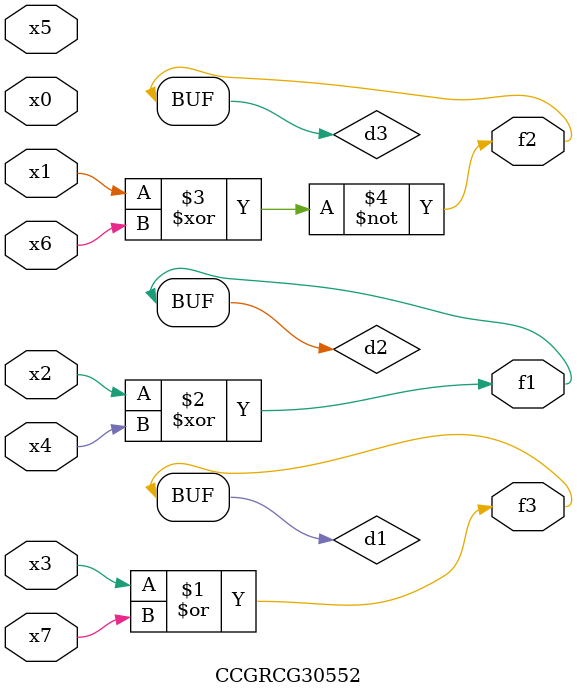
<source format=v>
module CCGRCG30552(
	input x0, x1, x2, x3, x4, x5, x6, x7,
	output f1, f2, f3
);

	wire d1, d2, d3;

	or (d1, x3, x7);
	xor (d2, x2, x4);
	xnor (d3, x1, x6);
	assign f1 = d2;
	assign f2 = d3;
	assign f3 = d1;
endmodule

</source>
